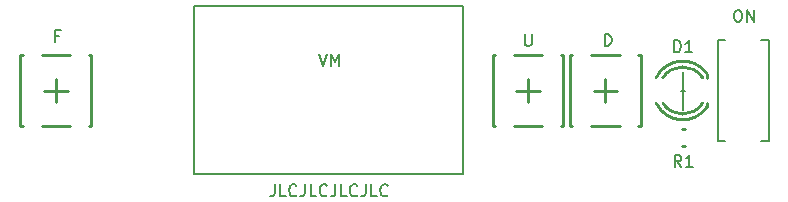
<source format=gbr>
G04 #@! TF.GenerationSoftware,KiCad,Pcbnew,5.1.0-unknown-ff73f69~82~ubuntu18.04.1*
G04 #@! TF.CreationDate,2019-03-26T22:56:15+01:00*
G04 #@! TF.ProjectId,ATI DNA-C PCB Smart PWM v3,41544920-444e-4412-9d43-205043422053,rev?*
G04 #@! TF.SameCoordinates,Original*
G04 #@! TF.FileFunction,Legend,Top*
G04 #@! TF.FilePolarity,Positive*
%FSLAX46Y46*%
G04 Gerber Fmt 4.6, Leading zero omitted, Abs format (unit mm)*
G04 Created by KiCad (PCBNEW 5.1.0-unknown-ff73f69~82~ubuntu18.04.1) date 2019-03-26 22:56:15*
%MOMM*%
%LPD*%
G04 APERTURE LIST*
%ADD10C,0.150000*%
%ADD11C,0.250000*%
%ADD12C,0.200000*%
G04 APERTURE END LIST*
D10*
X176186071Y-93322380D02*
X176376547Y-93322380D01*
X176471785Y-93370000D01*
X176567023Y-93465238D01*
X176614642Y-93655714D01*
X176614642Y-93989047D01*
X176567023Y-94179523D01*
X176471785Y-94274761D01*
X176376547Y-94322380D01*
X176186071Y-94322380D01*
X176090833Y-94274761D01*
X175995595Y-94179523D01*
X175947976Y-93989047D01*
X175947976Y-93655714D01*
X175995595Y-93465238D01*
X176090833Y-93370000D01*
X176186071Y-93322380D01*
X177043214Y-94322380D02*
X177043214Y-93322380D01*
X177614642Y-94322380D01*
X177614642Y-93322380D01*
X118828928Y-95496171D02*
X118495595Y-95496171D01*
X118495595Y-96019980D02*
X118495595Y-95019980D01*
X118971785Y-95019980D01*
X165018695Y-96352380D02*
X165018695Y-95352380D01*
X165256790Y-95352380D01*
X165399647Y-95400000D01*
X165494885Y-95495238D01*
X165542504Y-95590476D01*
X165590123Y-95780952D01*
X165590123Y-95923809D01*
X165542504Y-96114285D01*
X165494885Y-96209523D01*
X165399647Y-96304761D01*
X165256790Y-96352380D01*
X165018695Y-96352380D01*
X158245595Y-95352380D02*
X158245595Y-96161904D01*
X158293214Y-96257142D01*
X158340833Y-96304761D01*
X158436071Y-96352380D01*
X158626547Y-96352380D01*
X158721785Y-96304761D01*
X158769404Y-96257142D01*
X158817023Y-96161904D01*
X158817023Y-95352380D01*
X137054309Y-108098380D02*
X137054309Y-108812666D01*
X137006690Y-108955523D01*
X136911452Y-109050761D01*
X136768595Y-109098380D01*
X136673357Y-109098380D01*
X138006690Y-109098380D02*
X137530500Y-109098380D01*
X137530500Y-108098380D01*
X138911452Y-109003142D02*
X138863833Y-109050761D01*
X138720976Y-109098380D01*
X138625738Y-109098380D01*
X138482880Y-109050761D01*
X138387642Y-108955523D01*
X138340023Y-108860285D01*
X138292404Y-108669809D01*
X138292404Y-108526952D01*
X138340023Y-108336476D01*
X138387642Y-108241238D01*
X138482880Y-108146000D01*
X138625738Y-108098380D01*
X138720976Y-108098380D01*
X138863833Y-108146000D01*
X138911452Y-108193619D01*
X139625738Y-108098380D02*
X139625738Y-108812666D01*
X139578119Y-108955523D01*
X139482880Y-109050761D01*
X139340023Y-109098380D01*
X139244785Y-109098380D01*
X140578119Y-109098380D02*
X140101928Y-109098380D01*
X140101928Y-108098380D01*
X141482880Y-109003142D02*
X141435261Y-109050761D01*
X141292404Y-109098380D01*
X141197166Y-109098380D01*
X141054309Y-109050761D01*
X140959071Y-108955523D01*
X140911452Y-108860285D01*
X140863833Y-108669809D01*
X140863833Y-108526952D01*
X140911452Y-108336476D01*
X140959071Y-108241238D01*
X141054309Y-108146000D01*
X141197166Y-108098380D01*
X141292404Y-108098380D01*
X141435261Y-108146000D01*
X141482880Y-108193619D01*
X142197166Y-108098380D02*
X142197166Y-108812666D01*
X142149547Y-108955523D01*
X142054309Y-109050761D01*
X141911452Y-109098380D01*
X141816214Y-109098380D01*
X143149547Y-109098380D02*
X142673357Y-109098380D01*
X142673357Y-108098380D01*
X144054309Y-109003142D02*
X144006690Y-109050761D01*
X143863833Y-109098380D01*
X143768595Y-109098380D01*
X143625738Y-109050761D01*
X143530500Y-108955523D01*
X143482880Y-108860285D01*
X143435261Y-108669809D01*
X143435261Y-108526952D01*
X143482880Y-108336476D01*
X143530500Y-108241238D01*
X143625738Y-108146000D01*
X143768595Y-108098380D01*
X143863833Y-108098380D01*
X144006690Y-108146000D01*
X144054309Y-108193619D01*
X144768595Y-108098380D02*
X144768595Y-108812666D01*
X144720976Y-108955523D01*
X144625738Y-109050761D01*
X144482880Y-109098380D01*
X144387642Y-109098380D01*
X145720976Y-109098380D02*
X145244785Y-109098380D01*
X145244785Y-108098380D01*
X146625738Y-109003142D02*
X146578119Y-109050761D01*
X146435261Y-109098380D01*
X146340023Y-109098380D01*
X146197166Y-109050761D01*
X146101928Y-108955523D01*
X146054309Y-108860285D01*
X146006690Y-108669809D01*
X146006690Y-108526952D01*
X146054309Y-108336476D01*
X146101928Y-108241238D01*
X146197166Y-108146000D01*
X146340023Y-108098380D01*
X146435261Y-108098380D01*
X146578119Y-108146000D01*
X146625738Y-108193619D01*
X152998100Y-92961600D02*
X130198100Y-92961600D01*
X130198100Y-92961600D02*
X130198100Y-107221600D01*
X130198100Y-107221600D02*
X152998100Y-107221600D01*
X152998100Y-107221600D02*
X152998100Y-92961600D01*
X171801000Y-100144000D02*
X171439000Y-100144000D01*
X171619000Y-101766000D02*
X171621000Y-98535000D01*
D11*
X173670000Y-99054000D02*
X173670000Y-98735000D01*
X173670000Y-101533000D02*
X173670000Y-101214000D01*
X169918194Y-99067201D02*
G75*
G02X173293330Y-99054000I1691806J-1076799D01*
G01*
X169936379Y-101229124D02*
G75*
G03X173293330Y-101214000I1673621J1085124D01*
G01*
X169358107Y-99068291D02*
G75*
G02X173670000Y-98735251I2251893J-1075709D01*
G01*
X169375410Y-101229739D02*
G75*
G03X173670000Y-101532749I2234590J1085739D01*
G01*
D12*
X178880000Y-95839000D02*
X178230000Y-95839000D01*
X178880000Y-95839000D02*
X178880000Y-104441000D01*
X174580000Y-95839000D02*
X174580000Y-104441000D01*
X178880000Y-104441000D02*
X178230000Y-104441000D01*
X175230000Y-95839000D02*
X174580000Y-95839000D01*
X175230000Y-104441000D02*
X174580000Y-104441000D01*
D11*
X171809000Y-103401000D02*
X171509000Y-103401000D01*
X171809000Y-104821000D02*
X171509000Y-104821000D01*
X121523000Y-97144000D02*
X121323000Y-97144000D01*
X121523000Y-97144000D02*
X121523000Y-103144000D01*
X115523000Y-97144000D02*
X115523000Y-103144000D01*
X119723000Y-97144000D02*
X117323000Y-97144000D01*
X119723000Y-103144000D02*
X117323000Y-103144000D01*
X121523000Y-103144000D02*
X121323000Y-103144000D01*
X115523000Y-97144000D02*
X115723000Y-97144000D01*
X115523000Y-103144000D02*
X115723000Y-103144000D01*
X119523000Y-100144000D02*
X117523000Y-100144000D01*
X118523000Y-99144000D02*
X118523000Y-101144000D01*
X161510000Y-97144000D02*
X161310000Y-97144000D01*
X161510000Y-97144000D02*
X161510000Y-103144000D01*
X155510000Y-97144000D02*
X155510000Y-103144000D01*
X159710000Y-97144000D02*
X157310000Y-97144000D01*
X159710000Y-103144000D02*
X157310000Y-103144000D01*
X161510000Y-103144000D02*
X161310000Y-103144000D01*
X155510000Y-97144000D02*
X155710000Y-97144000D01*
X155510000Y-103144000D02*
X155710000Y-103144000D01*
X159510000Y-100144000D02*
X157510000Y-100144000D01*
X158510000Y-99144000D02*
X158510000Y-101144000D01*
X162062000Y-103144000D02*
X162262000Y-103144000D01*
X162062000Y-103144000D02*
X162062000Y-97144000D01*
X168062000Y-103144000D02*
X168062000Y-97144000D01*
X163862000Y-103144000D02*
X166262000Y-103144000D01*
X163862000Y-97144000D02*
X166262000Y-97144000D01*
X162062000Y-97144000D02*
X162262000Y-97144000D01*
X168062000Y-103144000D02*
X167862000Y-103144000D01*
X168062000Y-97144000D02*
X167862000Y-97144000D01*
X164062000Y-100144000D02*
X166062000Y-100144000D01*
X165062000Y-101144000D02*
X165062000Y-99144000D01*
D10*
X140815238Y-97032380D02*
X141148571Y-98032380D01*
X141481904Y-97032380D01*
X141815238Y-98032380D02*
X141815238Y-97032380D01*
X142148571Y-97746666D01*
X142481904Y-97032380D01*
X142481904Y-98032380D01*
X170891904Y-96889380D02*
X170891904Y-95889380D01*
X171130000Y-95889380D01*
X171272857Y-95937000D01*
X171368095Y-96032238D01*
X171415714Y-96127476D01*
X171463333Y-96317952D01*
X171463333Y-96460809D01*
X171415714Y-96651285D01*
X171368095Y-96746523D01*
X171272857Y-96841761D01*
X171130000Y-96889380D01*
X170891904Y-96889380D01*
X172415714Y-96889380D02*
X171844285Y-96889380D01*
X172130000Y-96889380D02*
X172130000Y-95889380D01*
X172034761Y-96032238D01*
X171939523Y-96127476D01*
X171844285Y-96175095D01*
X171489333Y-106605380D02*
X171156000Y-106129190D01*
X170917904Y-106605380D02*
X170917904Y-105605380D01*
X171298857Y-105605380D01*
X171394095Y-105653000D01*
X171441714Y-105700619D01*
X171489333Y-105795857D01*
X171489333Y-105938714D01*
X171441714Y-106033952D01*
X171394095Y-106081571D01*
X171298857Y-106129190D01*
X170917904Y-106129190D01*
X172441714Y-106605380D02*
X171870285Y-106605380D01*
X172156000Y-106605380D02*
X172156000Y-105605380D01*
X172060761Y-105748238D01*
X171965523Y-105843476D01*
X171870285Y-105891095D01*
M02*

</source>
